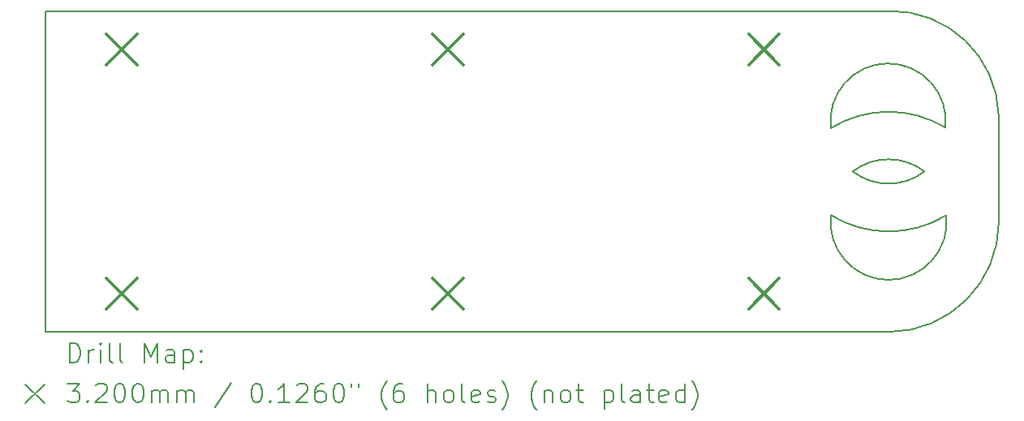
<source format=gbr>
%TF.GenerationSoftware,KiCad,Pcbnew,8.0.0*%
%TF.CreationDate,2024-04-11T14:57:10-06:00*%
%TF.ProjectId,dual_loop_probe_groundfix,6475616c-5f6c-46f6-9f70-5f70726f6265,rev?*%
%TF.SameCoordinates,Original*%
%TF.FileFunction,Drillmap*%
%TF.FilePolarity,Positive*%
%FSLAX45Y45*%
G04 Gerber Fmt 4.5, Leading zero omitted, Abs format (unit mm)*
G04 Created by KiCad (PCBNEW 8.0.0) date 2024-04-11 14:57:10*
%MOMM*%
%LPD*%
G01*
G04 APERTURE LIST*
%ADD10C,0.150000*%
%ADD11C,0.200000*%
%ADD12C,0.320000*%
G04 APERTURE END LIST*
D10*
X18100000Y-7400000D02*
X9300000Y-7400000D01*
X19250000Y-9600000D02*
G75*
G02*
X18100000Y-10750000I-1150000J0D01*
G01*
X18475000Y-9075000D02*
G75*
G02*
X17725000Y-9075000I-375000J488709D01*
G01*
X19250000Y-8500000D02*
X19250000Y-9600000D01*
X17497002Y-8623373D02*
G75*
G02*
X18693279Y-8616940I603408J-976597D01*
G01*
X18703080Y-9532179D02*
G75*
G02*
X17497085Y-9530736I-601820J984869D01*
G01*
X17497002Y-8623373D02*
G75*
G02*
X18693282Y-8616936I597762J73396D01*
G01*
X17725000Y-9075000D02*
G75*
G02*
X18475000Y-9075000I375000J-488709D01*
G01*
X18100000Y-10750000D02*
X9300000Y-10750000D01*
X9300000Y-10750000D02*
X9300000Y-7400000D01*
X18703080Y-9532179D02*
G75*
G02*
X17497083Y-9530738I-603080J-67821D01*
G01*
X18100000Y-7400000D02*
G75*
G02*
X19250000Y-8500000I25000J-1125000D01*
G01*
D11*
D12*
X9940000Y-7640000D02*
X10260000Y-7960000D01*
X10260000Y-7640000D02*
X9940000Y-7960000D01*
X9940000Y-10190000D02*
X10260000Y-10510000D01*
X10260000Y-10190000D02*
X9940000Y-10510000D01*
X13340000Y-7640000D02*
X13660000Y-7960000D01*
X13660000Y-7640000D02*
X13340000Y-7960000D01*
X13340000Y-10190000D02*
X13660000Y-10510000D01*
X13660000Y-10190000D02*
X13340000Y-10510000D01*
X16640000Y-7640000D02*
X16960000Y-7960000D01*
X16960000Y-7640000D02*
X16640000Y-7960000D01*
X16640000Y-10190000D02*
X16960000Y-10510000D01*
X16960000Y-10190000D02*
X16640000Y-10510000D01*
D11*
X9553277Y-11068984D02*
X9553277Y-10868984D01*
X9553277Y-10868984D02*
X9600896Y-10868984D01*
X9600896Y-10868984D02*
X9629467Y-10878508D01*
X9629467Y-10878508D02*
X9648515Y-10897555D01*
X9648515Y-10897555D02*
X9658039Y-10916603D01*
X9658039Y-10916603D02*
X9667563Y-10954698D01*
X9667563Y-10954698D02*
X9667563Y-10983270D01*
X9667563Y-10983270D02*
X9658039Y-11021365D01*
X9658039Y-11021365D02*
X9648515Y-11040412D01*
X9648515Y-11040412D02*
X9629467Y-11059460D01*
X9629467Y-11059460D02*
X9600896Y-11068984D01*
X9600896Y-11068984D02*
X9553277Y-11068984D01*
X9753277Y-11068984D02*
X9753277Y-10935650D01*
X9753277Y-10973746D02*
X9762801Y-10954698D01*
X9762801Y-10954698D02*
X9772324Y-10945174D01*
X9772324Y-10945174D02*
X9791372Y-10935650D01*
X9791372Y-10935650D02*
X9810420Y-10935650D01*
X9877086Y-11068984D02*
X9877086Y-10935650D01*
X9877086Y-10868984D02*
X9867563Y-10878508D01*
X9867563Y-10878508D02*
X9877086Y-10888031D01*
X9877086Y-10888031D02*
X9886610Y-10878508D01*
X9886610Y-10878508D02*
X9877086Y-10868984D01*
X9877086Y-10868984D02*
X9877086Y-10888031D01*
X10000896Y-11068984D02*
X9981848Y-11059460D01*
X9981848Y-11059460D02*
X9972324Y-11040412D01*
X9972324Y-11040412D02*
X9972324Y-10868984D01*
X10105658Y-11068984D02*
X10086610Y-11059460D01*
X10086610Y-11059460D02*
X10077086Y-11040412D01*
X10077086Y-11040412D02*
X10077086Y-10868984D01*
X10334229Y-11068984D02*
X10334229Y-10868984D01*
X10334229Y-10868984D02*
X10400896Y-11011841D01*
X10400896Y-11011841D02*
X10467563Y-10868984D01*
X10467563Y-10868984D02*
X10467563Y-11068984D01*
X10648515Y-11068984D02*
X10648515Y-10964222D01*
X10648515Y-10964222D02*
X10638991Y-10945174D01*
X10638991Y-10945174D02*
X10619944Y-10935650D01*
X10619944Y-10935650D02*
X10581848Y-10935650D01*
X10581848Y-10935650D02*
X10562801Y-10945174D01*
X10648515Y-11059460D02*
X10629467Y-11068984D01*
X10629467Y-11068984D02*
X10581848Y-11068984D01*
X10581848Y-11068984D02*
X10562801Y-11059460D01*
X10562801Y-11059460D02*
X10553277Y-11040412D01*
X10553277Y-11040412D02*
X10553277Y-11021365D01*
X10553277Y-11021365D02*
X10562801Y-11002317D01*
X10562801Y-11002317D02*
X10581848Y-10992793D01*
X10581848Y-10992793D02*
X10629467Y-10992793D01*
X10629467Y-10992793D02*
X10648515Y-10983270D01*
X10743753Y-10935650D02*
X10743753Y-11135650D01*
X10743753Y-10945174D02*
X10762801Y-10935650D01*
X10762801Y-10935650D02*
X10800896Y-10935650D01*
X10800896Y-10935650D02*
X10819944Y-10945174D01*
X10819944Y-10945174D02*
X10829467Y-10954698D01*
X10829467Y-10954698D02*
X10838991Y-10973746D01*
X10838991Y-10973746D02*
X10838991Y-11030889D01*
X10838991Y-11030889D02*
X10829467Y-11049936D01*
X10829467Y-11049936D02*
X10819944Y-11059460D01*
X10819944Y-11059460D02*
X10800896Y-11068984D01*
X10800896Y-11068984D02*
X10762801Y-11068984D01*
X10762801Y-11068984D02*
X10743753Y-11059460D01*
X10924705Y-11049936D02*
X10934229Y-11059460D01*
X10934229Y-11059460D02*
X10924705Y-11068984D01*
X10924705Y-11068984D02*
X10915182Y-11059460D01*
X10915182Y-11059460D02*
X10924705Y-11049936D01*
X10924705Y-11049936D02*
X10924705Y-11068984D01*
X10924705Y-10945174D02*
X10934229Y-10954698D01*
X10934229Y-10954698D02*
X10924705Y-10964222D01*
X10924705Y-10964222D02*
X10915182Y-10954698D01*
X10915182Y-10954698D02*
X10924705Y-10945174D01*
X10924705Y-10945174D02*
X10924705Y-10964222D01*
X9092500Y-11297500D02*
X9292500Y-11497500D01*
X9292500Y-11297500D02*
X9092500Y-11497500D01*
X9534229Y-11288984D02*
X9658039Y-11288984D01*
X9658039Y-11288984D02*
X9591372Y-11365174D01*
X9591372Y-11365174D02*
X9619944Y-11365174D01*
X9619944Y-11365174D02*
X9638991Y-11374698D01*
X9638991Y-11374698D02*
X9648515Y-11384222D01*
X9648515Y-11384222D02*
X9658039Y-11403269D01*
X9658039Y-11403269D02*
X9658039Y-11450888D01*
X9658039Y-11450888D02*
X9648515Y-11469936D01*
X9648515Y-11469936D02*
X9638991Y-11479460D01*
X9638991Y-11479460D02*
X9619944Y-11488984D01*
X9619944Y-11488984D02*
X9562801Y-11488984D01*
X9562801Y-11488984D02*
X9543753Y-11479460D01*
X9543753Y-11479460D02*
X9534229Y-11469936D01*
X9743753Y-11469936D02*
X9753277Y-11479460D01*
X9753277Y-11479460D02*
X9743753Y-11488984D01*
X9743753Y-11488984D02*
X9734229Y-11479460D01*
X9734229Y-11479460D02*
X9743753Y-11469936D01*
X9743753Y-11469936D02*
X9743753Y-11488984D01*
X9829467Y-11308031D02*
X9838991Y-11298508D01*
X9838991Y-11298508D02*
X9858039Y-11288984D01*
X9858039Y-11288984D02*
X9905658Y-11288984D01*
X9905658Y-11288984D02*
X9924705Y-11298508D01*
X9924705Y-11298508D02*
X9934229Y-11308031D01*
X9934229Y-11308031D02*
X9943753Y-11327079D01*
X9943753Y-11327079D02*
X9943753Y-11346127D01*
X9943753Y-11346127D02*
X9934229Y-11374698D01*
X9934229Y-11374698D02*
X9819944Y-11488984D01*
X9819944Y-11488984D02*
X9943753Y-11488984D01*
X10067563Y-11288984D02*
X10086610Y-11288984D01*
X10086610Y-11288984D02*
X10105658Y-11298508D01*
X10105658Y-11298508D02*
X10115182Y-11308031D01*
X10115182Y-11308031D02*
X10124705Y-11327079D01*
X10124705Y-11327079D02*
X10134229Y-11365174D01*
X10134229Y-11365174D02*
X10134229Y-11412793D01*
X10134229Y-11412793D02*
X10124705Y-11450888D01*
X10124705Y-11450888D02*
X10115182Y-11469936D01*
X10115182Y-11469936D02*
X10105658Y-11479460D01*
X10105658Y-11479460D02*
X10086610Y-11488984D01*
X10086610Y-11488984D02*
X10067563Y-11488984D01*
X10067563Y-11488984D02*
X10048515Y-11479460D01*
X10048515Y-11479460D02*
X10038991Y-11469936D01*
X10038991Y-11469936D02*
X10029467Y-11450888D01*
X10029467Y-11450888D02*
X10019944Y-11412793D01*
X10019944Y-11412793D02*
X10019944Y-11365174D01*
X10019944Y-11365174D02*
X10029467Y-11327079D01*
X10029467Y-11327079D02*
X10038991Y-11308031D01*
X10038991Y-11308031D02*
X10048515Y-11298508D01*
X10048515Y-11298508D02*
X10067563Y-11288984D01*
X10258039Y-11288984D02*
X10277086Y-11288984D01*
X10277086Y-11288984D02*
X10296134Y-11298508D01*
X10296134Y-11298508D02*
X10305658Y-11308031D01*
X10305658Y-11308031D02*
X10315182Y-11327079D01*
X10315182Y-11327079D02*
X10324705Y-11365174D01*
X10324705Y-11365174D02*
X10324705Y-11412793D01*
X10324705Y-11412793D02*
X10315182Y-11450888D01*
X10315182Y-11450888D02*
X10305658Y-11469936D01*
X10305658Y-11469936D02*
X10296134Y-11479460D01*
X10296134Y-11479460D02*
X10277086Y-11488984D01*
X10277086Y-11488984D02*
X10258039Y-11488984D01*
X10258039Y-11488984D02*
X10238991Y-11479460D01*
X10238991Y-11479460D02*
X10229467Y-11469936D01*
X10229467Y-11469936D02*
X10219944Y-11450888D01*
X10219944Y-11450888D02*
X10210420Y-11412793D01*
X10210420Y-11412793D02*
X10210420Y-11365174D01*
X10210420Y-11365174D02*
X10219944Y-11327079D01*
X10219944Y-11327079D02*
X10229467Y-11308031D01*
X10229467Y-11308031D02*
X10238991Y-11298508D01*
X10238991Y-11298508D02*
X10258039Y-11288984D01*
X10410420Y-11488984D02*
X10410420Y-11355650D01*
X10410420Y-11374698D02*
X10419944Y-11365174D01*
X10419944Y-11365174D02*
X10438991Y-11355650D01*
X10438991Y-11355650D02*
X10467563Y-11355650D01*
X10467563Y-11355650D02*
X10486610Y-11365174D01*
X10486610Y-11365174D02*
X10496134Y-11384222D01*
X10496134Y-11384222D02*
X10496134Y-11488984D01*
X10496134Y-11384222D02*
X10505658Y-11365174D01*
X10505658Y-11365174D02*
X10524705Y-11355650D01*
X10524705Y-11355650D02*
X10553277Y-11355650D01*
X10553277Y-11355650D02*
X10572325Y-11365174D01*
X10572325Y-11365174D02*
X10581848Y-11384222D01*
X10581848Y-11384222D02*
X10581848Y-11488984D01*
X10677086Y-11488984D02*
X10677086Y-11355650D01*
X10677086Y-11374698D02*
X10686610Y-11365174D01*
X10686610Y-11365174D02*
X10705658Y-11355650D01*
X10705658Y-11355650D02*
X10734229Y-11355650D01*
X10734229Y-11355650D02*
X10753277Y-11365174D01*
X10753277Y-11365174D02*
X10762801Y-11384222D01*
X10762801Y-11384222D02*
X10762801Y-11488984D01*
X10762801Y-11384222D02*
X10772325Y-11365174D01*
X10772325Y-11365174D02*
X10791372Y-11355650D01*
X10791372Y-11355650D02*
X10819944Y-11355650D01*
X10819944Y-11355650D02*
X10838991Y-11365174D01*
X10838991Y-11365174D02*
X10848515Y-11384222D01*
X10848515Y-11384222D02*
X10848515Y-11488984D01*
X11238991Y-11279460D02*
X11067563Y-11536603D01*
X11496134Y-11288984D02*
X11515182Y-11288984D01*
X11515182Y-11288984D02*
X11534229Y-11298508D01*
X11534229Y-11298508D02*
X11543753Y-11308031D01*
X11543753Y-11308031D02*
X11553277Y-11327079D01*
X11553277Y-11327079D02*
X11562801Y-11365174D01*
X11562801Y-11365174D02*
X11562801Y-11412793D01*
X11562801Y-11412793D02*
X11553277Y-11450888D01*
X11553277Y-11450888D02*
X11543753Y-11469936D01*
X11543753Y-11469936D02*
X11534229Y-11479460D01*
X11534229Y-11479460D02*
X11515182Y-11488984D01*
X11515182Y-11488984D02*
X11496134Y-11488984D01*
X11496134Y-11488984D02*
X11477086Y-11479460D01*
X11477086Y-11479460D02*
X11467563Y-11469936D01*
X11467563Y-11469936D02*
X11458039Y-11450888D01*
X11458039Y-11450888D02*
X11448515Y-11412793D01*
X11448515Y-11412793D02*
X11448515Y-11365174D01*
X11448515Y-11365174D02*
X11458039Y-11327079D01*
X11458039Y-11327079D02*
X11467563Y-11308031D01*
X11467563Y-11308031D02*
X11477086Y-11298508D01*
X11477086Y-11298508D02*
X11496134Y-11288984D01*
X11648515Y-11469936D02*
X11658039Y-11479460D01*
X11658039Y-11479460D02*
X11648515Y-11488984D01*
X11648515Y-11488984D02*
X11638991Y-11479460D01*
X11638991Y-11479460D02*
X11648515Y-11469936D01*
X11648515Y-11469936D02*
X11648515Y-11488984D01*
X11848515Y-11488984D02*
X11734229Y-11488984D01*
X11791372Y-11488984D02*
X11791372Y-11288984D01*
X11791372Y-11288984D02*
X11772325Y-11317555D01*
X11772325Y-11317555D02*
X11753277Y-11336603D01*
X11753277Y-11336603D02*
X11734229Y-11346127D01*
X11924706Y-11308031D02*
X11934229Y-11298508D01*
X11934229Y-11298508D02*
X11953277Y-11288984D01*
X11953277Y-11288984D02*
X12000896Y-11288984D01*
X12000896Y-11288984D02*
X12019944Y-11298508D01*
X12019944Y-11298508D02*
X12029467Y-11308031D01*
X12029467Y-11308031D02*
X12038991Y-11327079D01*
X12038991Y-11327079D02*
X12038991Y-11346127D01*
X12038991Y-11346127D02*
X12029467Y-11374698D01*
X12029467Y-11374698D02*
X11915182Y-11488984D01*
X11915182Y-11488984D02*
X12038991Y-11488984D01*
X12210420Y-11288984D02*
X12172325Y-11288984D01*
X12172325Y-11288984D02*
X12153277Y-11298508D01*
X12153277Y-11298508D02*
X12143753Y-11308031D01*
X12143753Y-11308031D02*
X12124706Y-11336603D01*
X12124706Y-11336603D02*
X12115182Y-11374698D01*
X12115182Y-11374698D02*
X12115182Y-11450888D01*
X12115182Y-11450888D02*
X12124706Y-11469936D01*
X12124706Y-11469936D02*
X12134229Y-11479460D01*
X12134229Y-11479460D02*
X12153277Y-11488984D01*
X12153277Y-11488984D02*
X12191372Y-11488984D01*
X12191372Y-11488984D02*
X12210420Y-11479460D01*
X12210420Y-11479460D02*
X12219944Y-11469936D01*
X12219944Y-11469936D02*
X12229467Y-11450888D01*
X12229467Y-11450888D02*
X12229467Y-11403269D01*
X12229467Y-11403269D02*
X12219944Y-11384222D01*
X12219944Y-11384222D02*
X12210420Y-11374698D01*
X12210420Y-11374698D02*
X12191372Y-11365174D01*
X12191372Y-11365174D02*
X12153277Y-11365174D01*
X12153277Y-11365174D02*
X12134229Y-11374698D01*
X12134229Y-11374698D02*
X12124706Y-11384222D01*
X12124706Y-11384222D02*
X12115182Y-11403269D01*
X12353277Y-11288984D02*
X12372325Y-11288984D01*
X12372325Y-11288984D02*
X12391372Y-11298508D01*
X12391372Y-11298508D02*
X12400896Y-11308031D01*
X12400896Y-11308031D02*
X12410420Y-11327079D01*
X12410420Y-11327079D02*
X12419944Y-11365174D01*
X12419944Y-11365174D02*
X12419944Y-11412793D01*
X12419944Y-11412793D02*
X12410420Y-11450888D01*
X12410420Y-11450888D02*
X12400896Y-11469936D01*
X12400896Y-11469936D02*
X12391372Y-11479460D01*
X12391372Y-11479460D02*
X12372325Y-11488984D01*
X12372325Y-11488984D02*
X12353277Y-11488984D01*
X12353277Y-11488984D02*
X12334229Y-11479460D01*
X12334229Y-11479460D02*
X12324706Y-11469936D01*
X12324706Y-11469936D02*
X12315182Y-11450888D01*
X12315182Y-11450888D02*
X12305658Y-11412793D01*
X12305658Y-11412793D02*
X12305658Y-11365174D01*
X12305658Y-11365174D02*
X12315182Y-11327079D01*
X12315182Y-11327079D02*
X12324706Y-11308031D01*
X12324706Y-11308031D02*
X12334229Y-11298508D01*
X12334229Y-11298508D02*
X12353277Y-11288984D01*
X12496134Y-11288984D02*
X12496134Y-11327079D01*
X12572325Y-11288984D02*
X12572325Y-11327079D01*
X12867563Y-11565174D02*
X12858039Y-11555650D01*
X12858039Y-11555650D02*
X12838991Y-11527079D01*
X12838991Y-11527079D02*
X12829468Y-11508031D01*
X12829468Y-11508031D02*
X12819944Y-11479460D01*
X12819944Y-11479460D02*
X12810420Y-11431841D01*
X12810420Y-11431841D02*
X12810420Y-11393746D01*
X12810420Y-11393746D02*
X12819944Y-11346127D01*
X12819944Y-11346127D02*
X12829468Y-11317555D01*
X12829468Y-11317555D02*
X12838991Y-11298508D01*
X12838991Y-11298508D02*
X12858039Y-11269936D01*
X12858039Y-11269936D02*
X12867563Y-11260412D01*
X13029468Y-11288984D02*
X12991372Y-11288984D01*
X12991372Y-11288984D02*
X12972325Y-11298508D01*
X12972325Y-11298508D02*
X12962801Y-11308031D01*
X12962801Y-11308031D02*
X12943753Y-11336603D01*
X12943753Y-11336603D02*
X12934229Y-11374698D01*
X12934229Y-11374698D02*
X12934229Y-11450888D01*
X12934229Y-11450888D02*
X12943753Y-11469936D01*
X12943753Y-11469936D02*
X12953277Y-11479460D01*
X12953277Y-11479460D02*
X12972325Y-11488984D01*
X12972325Y-11488984D02*
X13010420Y-11488984D01*
X13010420Y-11488984D02*
X13029468Y-11479460D01*
X13029468Y-11479460D02*
X13038991Y-11469936D01*
X13038991Y-11469936D02*
X13048515Y-11450888D01*
X13048515Y-11450888D02*
X13048515Y-11403269D01*
X13048515Y-11403269D02*
X13038991Y-11384222D01*
X13038991Y-11384222D02*
X13029468Y-11374698D01*
X13029468Y-11374698D02*
X13010420Y-11365174D01*
X13010420Y-11365174D02*
X12972325Y-11365174D01*
X12972325Y-11365174D02*
X12953277Y-11374698D01*
X12953277Y-11374698D02*
X12943753Y-11384222D01*
X12943753Y-11384222D02*
X12934229Y-11403269D01*
X13286610Y-11488984D02*
X13286610Y-11288984D01*
X13372325Y-11488984D02*
X13372325Y-11384222D01*
X13372325Y-11384222D02*
X13362801Y-11365174D01*
X13362801Y-11365174D02*
X13343753Y-11355650D01*
X13343753Y-11355650D02*
X13315182Y-11355650D01*
X13315182Y-11355650D02*
X13296134Y-11365174D01*
X13296134Y-11365174D02*
X13286610Y-11374698D01*
X13496134Y-11488984D02*
X13477087Y-11479460D01*
X13477087Y-11479460D02*
X13467563Y-11469936D01*
X13467563Y-11469936D02*
X13458039Y-11450888D01*
X13458039Y-11450888D02*
X13458039Y-11393746D01*
X13458039Y-11393746D02*
X13467563Y-11374698D01*
X13467563Y-11374698D02*
X13477087Y-11365174D01*
X13477087Y-11365174D02*
X13496134Y-11355650D01*
X13496134Y-11355650D02*
X13524706Y-11355650D01*
X13524706Y-11355650D02*
X13543753Y-11365174D01*
X13543753Y-11365174D02*
X13553277Y-11374698D01*
X13553277Y-11374698D02*
X13562801Y-11393746D01*
X13562801Y-11393746D02*
X13562801Y-11450888D01*
X13562801Y-11450888D02*
X13553277Y-11469936D01*
X13553277Y-11469936D02*
X13543753Y-11479460D01*
X13543753Y-11479460D02*
X13524706Y-11488984D01*
X13524706Y-11488984D02*
X13496134Y-11488984D01*
X13677087Y-11488984D02*
X13658039Y-11479460D01*
X13658039Y-11479460D02*
X13648515Y-11460412D01*
X13648515Y-11460412D02*
X13648515Y-11288984D01*
X13829468Y-11479460D02*
X13810420Y-11488984D01*
X13810420Y-11488984D02*
X13772325Y-11488984D01*
X13772325Y-11488984D02*
X13753277Y-11479460D01*
X13753277Y-11479460D02*
X13743753Y-11460412D01*
X13743753Y-11460412D02*
X13743753Y-11384222D01*
X13743753Y-11384222D02*
X13753277Y-11365174D01*
X13753277Y-11365174D02*
X13772325Y-11355650D01*
X13772325Y-11355650D02*
X13810420Y-11355650D01*
X13810420Y-11355650D02*
X13829468Y-11365174D01*
X13829468Y-11365174D02*
X13838991Y-11384222D01*
X13838991Y-11384222D02*
X13838991Y-11403269D01*
X13838991Y-11403269D02*
X13743753Y-11422317D01*
X13915182Y-11479460D02*
X13934230Y-11488984D01*
X13934230Y-11488984D02*
X13972325Y-11488984D01*
X13972325Y-11488984D02*
X13991372Y-11479460D01*
X13991372Y-11479460D02*
X14000896Y-11460412D01*
X14000896Y-11460412D02*
X14000896Y-11450888D01*
X14000896Y-11450888D02*
X13991372Y-11431841D01*
X13991372Y-11431841D02*
X13972325Y-11422317D01*
X13972325Y-11422317D02*
X13943753Y-11422317D01*
X13943753Y-11422317D02*
X13924706Y-11412793D01*
X13924706Y-11412793D02*
X13915182Y-11393746D01*
X13915182Y-11393746D02*
X13915182Y-11384222D01*
X13915182Y-11384222D02*
X13924706Y-11365174D01*
X13924706Y-11365174D02*
X13943753Y-11355650D01*
X13943753Y-11355650D02*
X13972325Y-11355650D01*
X13972325Y-11355650D02*
X13991372Y-11365174D01*
X14067563Y-11565174D02*
X14077087Y-11555650D01*
X14077087Y-11555650D02*
X14096134Y-11527079D01*
X14096134Y-11527079D02*
X14105658Y-11508031D01*
X14105658Y-11508031D02*
X14115182Y-11479460D01*
X14115182Y-11479460D02*
X14124706Y-11431841D01*
X14124706Y-11431841D02*
X14124706Y-11393746D01*
X14124706Y-11393746D02*
X14115182Y-11346127D01*
X14115182Y-11346127D02*
X14105658Y-11317555D01*
X14105658Y-11317555D02*
X14096134Y-11298508D01*
X14096134Y-11298508D02*
X14077087Y-11269936D01*
X14077087Y-11269936D02*
X14067563Y-11260412D01*
X14429468Y-11565174D02*
X14419944Y-11555650D01*
X14419944Y-11555650D02*
X14400896Y-11527079D01*
X14400896Y-11527079D02*
X14391372Y-11508031D01*
X14391372Y-11508031D02*
X14381849Y-11479460D01*
X14381849Y-11479460D02*
X14372325Y-11431841D01*
X14372325Y-11431841D02*
X14372325Y-11393746D01*
X14372325Y-11393746D02*
X14381849Y-11346127D01*
X14381849Y-11346127D02*
X14391372Y-11317555D01*
X14391372Y-11317555D02*
X14400896Y-11298508D01*
X14400896Y-11298508D02*
X14419944Y-11269936D01*
X14419944Y-11269936D02*
X14429468Y-11260412D01*
X14505658Y-11355650D02*
X14505658Y-11488984D01*
X14505658Y-11374698D02*
X14515182Y-11365174D01*
X14515182Y-11365174D02*
X14534230Y-11355650D01*
X14534230Y-11355650D02*
X14562801Y-11355650D01*
X14562801Y-11355650D02*
X14581849Y-11365174D01*
X14581849Y-11365174D02*
X14591372Y-11384222D01*
X14591372Y-11384222D02*
X14591372Y-11488984D01*
X14715182Y-11488984D02*
X14696134Y-11479460D01*
X14696134Y-11479460D02*
X14686611Y-11469936D01*
X14686611Y-11469936D02*
X14677087Y-11450888D01*
X14677087Y-11450888D02*
X14677087Y-11393746D01*
X14677087Y-11393746D02*
X14686611Y-11374698D01*
X14686611Y-11374698D02*
X14696134Y-11365174D01*
X14696134Y-11365174D02*
X14715182Y-11355650D01*
X14715182Y-11355650D02*
X14743753Y-11355650D01*
X14743753Y-11355650D02*
X14762801Y-11365174D01*
X14762801Y-11365174D02*
X14772325Y-11374698D01*
X14772325Y-11374698D02*
X14781849Y-11393746D01*
X14781849Y-11393746D02*
X14781849Y-11450888D01*
X14781849Y-11450888D02*
X14772325Y-11469936D01*
X14772325Y-11469936D02*
X14762801Y-11479460D01*
X14762801Y-11479460D02*
X14743753Y-11488984D01*
X14743753Y-11488984D02*
X14715182Y-11488984D01*
X14838992Y-11355650D02*
X14915182Y-11355650D01*
X14867563Y-11288984D02*
X14867563Y-11460412D01*
X14867563Y-11460412D02*
X14877087Y-11479460D01*
X14877087Y-11479460D02*
X14896134Y-11488984D01*
X14896134Y-11488984D02*
X14915182Y-11488984D01*
X15134230Y-11355650D02*
X15134230Y-11555650D01*
X15134230Y-11365174D02*
X15153277Y-11355650D01*
X15153277Y-11355650D02*
X15191373Y-11355650D01*
X15191373Y-11355650D02*
X15210420Y-11365174D01*
X15210420Y-11365174D02*
X15219944Y-11374698D01*
X15219944Y-11374698D02*
X15229468Y-11393746D01*
X15229468Y-11393746D02*
X15229468Y-11450888D01*
X15229468Y-11450888D02*
X15219944Y-11469936D01*
X15219944Y-11469936D02*
X15210420Y-11479460D01*
X15210420Y-11479460D02*
X15191373Y-11488984D01*
X15191373Y-11488984D02*
X15153277Y-11488984D01*
X15153277Y-11488984D02*
X15134230Y-11479460D01*
X15343753Y-11488984D02*
X15324706Y-11479460D01*
X15324706Y-11479460D02*
X15315182Y-11460412D01*
X15315182Y-11460412D02*
X15315182Y-11288984D01*
X15505658Y-11488984D02*
X15505658Y-11384222D01*
X15505658Y-11384222D02*
X15496134Y-11365174D01*
X15496134Y-11365174D02*
X15477087Y-11355650D01*
X15477087Y-11355650D02*
X15438992Y-11355650D01*
X15438992Y-11355650D02*
X15419944Y-11365174D01*
X15505658Y-11479460D02*
X15486611Y-11488984D01*
X15486611Y-11488984D02*
X15438992Y-11488984D01*
X15438992Y-11488984D02*
X15419944Y-11479460D01*
X15419944Y-11479460D02*
X15410420Y-11460412D01*
X15410420Y-11460412D02*
X15410420Y-11441365D01*
X15410420Y-11441365D02*
X15419944Y-11422317D01*
X15419944Y-11422317D02*
X15438992Y-11412793D01*
X15438992Y-11412793D02*
X15486611Y-11412793D01*
X15486611Y-11412793D02*
X15505658Y-11403269D01*
X15572325Y-11355650D02*
X15648515Y-11355650D01*
X15600896Y-11288984D02*
X15600896Y-11460412D01*
X15600896Y-11460412D02*
X15610420Y-11479460D01*
X15610420Y-11479460D02*
X15629468Y-11488984D01*
X15629468Y-11488984D02*
X15648515Y-11488984D01*
X15791373Y-11479460D02*
X15772325Y-11488984D01*
X15772325Y-11488984D02*
X15734230Y-11488984D01*
X15734230Y-11488984D02*
X15715182Y-11479460D01*
X15715182Y-11479460D02*
X15705658Y-11460412D01*
X15705658Y-11460412D02*
X15705658Y-11384222D01*
X15705658Y-11384222D02*
X15715182Y-11365174D01*
X15715182Y-11365174D02*
X15734230Y-11355650D01*
X15734230Y-11355650D02*
X15772325Y-11355650D01*
X15772325Y-11355650D02*
X15791373Y-11365174D01*
X15791373Y-11365174D02*
X15800896Y-11384222D01*
X15800896Y-11384222D02*
X15800896Y-11403269D01*
X15800896Y-11403269D02*
X15705658Y-11422317D01*
X15972325Y-11488984D02*
X15972325Y-11288984D01*
X15972325Y-11479460D02*
X15953277Y-11488984D01*
X15953277Y-11488984D02*
X15915182Y-11488984D01*
X15915182Y-11488984D02*
X15896134Y-11479460D01*
X15896134Y-11479460D02*
X15886611Y-11469936D01*
X15886611Y-11469936D02*
X15877087Y-11450888D01*
X15877087Y-11450888D02*
X15877087Y-11393746D01*
X15877087Y-11393746D02*
X15886611Y-11374698D01*
X15886611Y-11374698D02*
X15896134Y-11365174D01*
X15896134Y-11365174D02*
X15915182Y-11355650D01*
X15915182Y-11355650D02*
X15953277Y-11355650D01*
X15953277Y-11355650D02*
X15972325Y-11365174D01*
X16048515Y-11565174D02*
X16058039Y-11555650D01*
X16058039Y-11555650D02*
X16077087Y-11527079D01*
X16077087Y-11527079D02*
X16086611Y-11508031D01*
X16086611Y-11508031D02*
X16096134Y-11479460D01*
X16096134Y-11479460D02*
X16105658Y-11431841D01*
X16105658Y-11431841D02*
X16105658Y-11393746D01*
X16105658Y-11393746D02*
X16096134Y-11346127D01*
X16096134Y-11346127D02*
X16086611Y-11317555D01*
X16086611Y-11317555D02*
X16077087Y-11298508D01*
X16077087Y-11298508D02*
X16058039Y-11269936D01*
X16058039Y-11269936D02*
X16048515Y-11260412D01*
M02*

</source>
